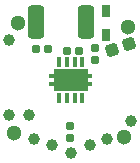
<source format=gbs>
G04*
G04 #@! TF.GenerationSoftware,Altium Limited,Altium Designer,22.11.1 (43)*
G04*
G04 Layer_Color=16711935*
%FSLAX43Y43*%
%MOMM*%
G71*
G04*
G04 #@! TF.SameCoordinates,D1A57F4C-840F-47C7-87E7-476F4F1B4391*
G04*
G04*
G04 #@! TF.FilePolarity,Negative*
G04*
G01*
G75*
G04:AMPARAMS|DCode=16|XSize=0.69mm|YSize=0.7mm|CornerRadius=0.124mm|HoleSize=0mm|Usage=FLASHONLY|Rotation=180.000|XOffset=0mm|YOffset=0mm|HoleType=Round|Shape=RoundedRectangle|*
%AMROUNDEDRECTD16*
21,1,0.690,0.453,0,0,180.0*
21,1,0.443,0.700,0,0,180.0*
1,1,0.248,-0.221,0.226*
1,1,0.248,0.221,0.226*
1,1,0.248,0.221,-0.226*
1,1,0.248,-0.221,-0.226*
%
%ADD16ROUNDEDRECTD16*%
G04:AMPARAMS|DCode=17|XSize=0.71mm|YSize=0.7mm|CornerRadius=0.125mm|HoleSize=0mm|Usage=FLASHONLY|Rotation=180.000|XOffset=0mm|YOffset=0mm|HoleType=Round|Shape=RoundedRectangle|*
%AMROUNDEDRECTD17*
21,1,0.710,0.450,0,0,180.0*
21,1,0.460,0.700,0,0,180.0*
1,1,0.250,-0.230,0.225*
1,1,0.250,0.230,0.225*
1,1,0.250,0.230,-0.225*
1,1,0.250,-0.230,-0.225*
%
%ADD17ROUNDEDRECTD17*%
G04:AMPARAMS|DCode=19|XSize=0.71mm|YSize=0.7mm|CornerRadius=0.125mm|HoleSize=0mm|Usage=FLASHONLY|Rotation=90.000|XOffset=0mm|YOffset=0mm|HoleType=Round|Shape=RoundedRectangle|*
%AMROUNDEDRECTD19*
21,1,0.710,0.450,0,0,90.0*
21,1,0.460,0.700,0,0,90.0*
1,1,0.250,0.225,0.230*
1,1,0.250,0.225,-0.230*
1,1,0.250,-0.225,-0.230*
1,1,0.250,-0.225,0.230*
%
%ADD19ROUNDEDRECTD19*%
%ADD21C,1.300*%
G04:AMPARAMS|DCode=47|XSize=1.1mm|YSize=0.68mm|CornerRadius=0.123mm|HoleSize=0mm|Usage=FLASHONLY|Rotation=270.000|XOffset=0mm|YOffset=0mm|HoleType=Round|Shape=RoundedRectangle|*
%AMROUNDEDRECTD47*
21,1,1.100,0.435,0,0,270.0*
21,1,0.855,0.680,0,0,270.0*
1,1,0.245,-0.217,-0.428*
1,1,0.245,-0.217,0.428*
1,1,0.245,0.217,0.428*
1,1,0.245,0.217,-0.428*
%
%ADD47ROUNDEDRECTD47*%
G04:AMPARAMS|DCode=48|XSize=1.04mm|YSize=1.05mm|CornerRadius=0.168mm|HoleSize=0mm|Usage=FLASHONLY|Rotation=20.000|XOffset=0mm|YOffset=0mm|HoleType=Round|Shape=RoundedRectangle|*
%AMROUNDEDRECTD48*
21,1,1.040,0.715,0,0,20.0*
21,1,0.705,1.050,0,0,20.0*
1,1,0.335,0.454,-0.215*
1,1,0.335,-0.209,-0.457*
1,1,0.335,-0.454,0.215*
1,1,0.335,0.209,0.457*
%
%ADD48ROUNDEDRECTD48*%
%ADD49C,1.000*%
%ADD50R,0.530X0.330*%
%ADD51R,2.840X1.900*%
G04:AMPARAMS|DCode=52|XSize=0.84mm|YSize=0.42mm|CornerRadius=0.063mm|HoleSize=0mm|Usage=FLASHONLY|Rotation=90.000|XOffset=0mm|YOffset=0mm|HoleType=Round|Shape=RoundedRectangle|*
%AMROUNDEDRECTD52*
21,1,0.840,0.294,0,0,90.0*
21,1,0.714,0.420,0,0,90.0*
1,1,0.126,0.147,0.357*
1,1,0.126,0.147,-0.357*
1,1,0.126,-0.147,-0.357*
1,1,0.126,-0.147,0.357*
%
%ADD52ROUNDEDRECTD52*%
G04:AMPARAMS|DCode=53|XSize=1.3mm|YSize=2.8mm|CornerRadius=0.2mm|HoleSize=0mm|Usage=FLASHONLY|Rotation=0.000|XOffset=0mm|YOffset=0mm|HoleType=Round|Shape=RoundedRectangle|*
%AMROUNDEDRECTD53*
21,1,1.300,2.400,0,0,0.0*
21,1,0.900,2.800,0,0,0.0*
1,1,0.400,0.450,-1.200*
1,1,0.400,-0.450,-1.200*
1,1,0.400,-0.450,1.200*
1,1,0.400,0.450,1.200*
%
%ADD53ROUNDEDRECTD53*%
D16*
X-1925Y2620D02*
D03*
X-2950D02*
D03*
D17*
X675Y2453D02*
D03*
X-325D02*
D03*
D19*
X-32Y-4895D02*
D03*
Y-3895D02*
D03*
X2070Y2694D02*
D03*
Y1694D02*
D03*
D21*
X-4828Y-4500D02*
D03*
X4500Y-4828D02*
D03*
X-4500Y4828D02*
D03*
X4828Y4500D02*
D03*
D47*
X2979Y5830D02*
D03*
Y3770D02*
D03*
D48*
X3471Y2536D02*
D03*
X4974Y3083D02*
D03*
D49*
X-3500Y-3000D02*
D03*
X-5200D02*
D03*
X0Y-6200D02*
D03*
X1600Y-5500D02*
D03*
X-3100Y-5000D02*
D03*
X-5200Y3400D02*
D03*
X3101Y-5000D02*
D03*
X-1600Y-5500D02*
D03*
X5100Y-3500D02*
D03*
D50*
X1560Y-325D02*
D03*
Y325D02*
D03*
X-1560Y-325D02*
D03*
Y325D02*
D03*
D51*
X0Y0D02*
D03*
D52*
X-975Y-1520D02*
D03*
X-325D02*
D03*
X325D02*
D03*
X975D02*
D03*
Y1520D02*
D03*
X325D02*
D03*
X-325D02*
D03*
X-975D02*
D03*
D53*
X-2907Y4920D02*
D03*
X1293D02*
D03*
M02*

</source>
